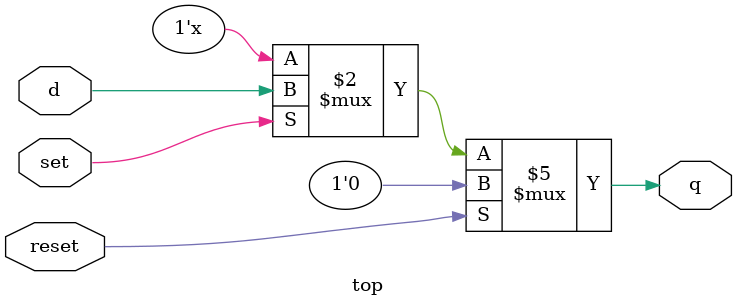
<source format=v>
module top(input set, input reset, input d, output reg q);
    always @(set or reset) begin
        if(reset) begin
            q <= 0;
        end else if(set) begin
            q <= d;
        end
    end
endmodule

</source>
